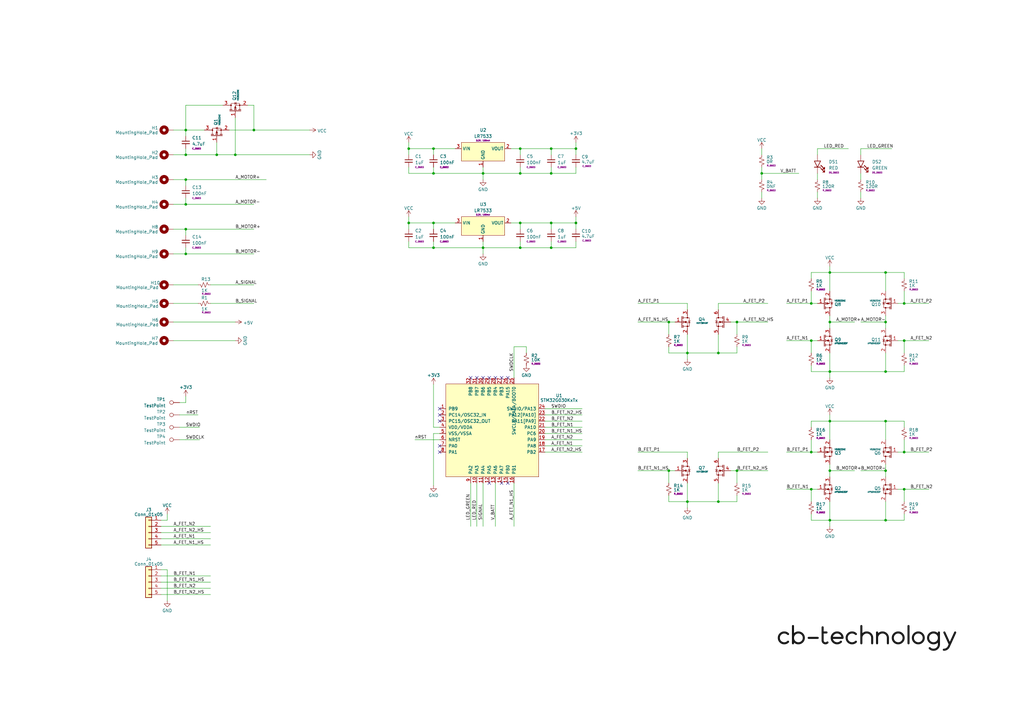
<source format=kicad_sch>
(kicad_sch (version 20230121) (generator eeschema)
  (paper "A3")
  (title_block (title "THE BRAWN - 20A") (date "2023-05-17") (rev "v2.0") (company "CB-TECHNOLOGY"))
  (lib_symbols
    (symbol ".C_Capacitor:C_0603" (pin_numbers hide) (pin_names (offset 1.016))
      (property "Reference" "C" (at 3.175 1.905 0))
      (property "Value" "C_0603" (at 5.715 0 0))
      (property "Size" "C_0603" (at 4.445 -1.905 0))
      (symbol "C_0603_1_1"
        (pin passive line (at 0 2.54 270) (length 2.032) (name "~") (number "1"))
        (pin passive line (at 0 -2.54 90) (length 2.032) (name "~") (number "2"))
      )
    )
    (symbol ".DS_LED:DS_0603" (pin_numbers hide) (pin_names (offset 1.016) hide)
      (property "Reference" "DS" (at 0 2.54 0))
      (property "Value" "DS_0603" (at 0 -5.08 0))
      (property "Size" "DS_0603" (at 0 -3.81 0))
      (symbol "DS_0603_1_1"
        (pin passive line (at -3.81 0 0) (length 2.54) (name "K") (number "1"))
        (pin passive line (at 3.81 0 180) (length 2.54) (name "A") (number "2"))
      )
    )
    (symbol ".Q_MOSFET:AP50N03DF" (pin_names (offset 0) hide)
      (property "Reference" "Q" (at 2.54 1.27 0))
      (property "Value" "AP50N03DF" (at 2.54 -0.381 0))
      (symbol "AP50N03DF_1_1"
        (pin input line (at -5.08 0 0) (length 2.6924) (name "G") (number "1"))
        (pin passive line (at 0 -5.08 90) (length 2.54) (name "S") (number "2"))
        (pin passive line (at 0 5.08 270) (length 2.54) (name "D") (number "3"))
      )
    )
    (symbol ".Q_MOSFET:HXY304DF" (pin_names (offset 0) hide)
      (property "Reference" "Q" (at -2.54 1.651 0))
      (property "Value" "HXY304DF" (at -2.54 0 0))
      (symbol "HXY304DF_1_1"
        (pin input line (at -12.7 0 0) (length 2.6924) (name "G") (number "1"))
        (pin passive line (at -7.62 -5.08 90) (length 2.54) (name "S") (number "2"))
        (pin passive line (at -7.62 5.08 270) (length 2.54) (name "D") (number "3"))
        (pin input line (at 10.16 0 180) (length 2.6924) (name "G") (number "4"))
        (pin passive line (at 5.08 -5.08 90) (length 2.54) (name "S") (number "5"))
        (pin passive line (at 5.08 5.08 270) (length 2.54) (name "D") (number "6"))
      )
    )
    (symbol ".Q_MOSFET:VS3522AE" (pin_names (offset 0) hide)
      (property "Reference" "Q" (at 2.54 1.27 0))
      (property "Value" "VS3522AE" (at 2.54 -0.381 0))
      (symbol "VS3522AE_1_1"
        (pin input line (at -5.08 0 0) (length 2.6924) (name "G") (number "1"))
        (pin passive line (at 0 -5.08 90) (length 2.54) (name "S") (number "2"))
        (pin passive line (at 0 5.08 270) (length 2.54) (name "D") (number "3"))
      )
    )
    (symbol ".R_Resistor:R_0603" (pin_numbers hide) (pin_names (offset 1.016))
      (property "Reference" "R" (at 2.54 1.905 0))
      (property "Value" "R_0603" (at 5.08 0 0))
      (property "Size" "R_0603" (at 3.81 -1.905 0))
      (symbol "R_0603_1_1"
        (pin passive line (at 0 2.54 270) (length 1.016) (name "~") (number "1"))
        (pin passive line (at 0 -2.54 90) (length 1.016) (name "~") (number "2"))
      )
    )
    (symbol ".U_MCU:STM32G030KxTx" (pin_names (offset 1.016))
      (property "Reference" "U" (at 1.27 39.37 0))
      (property "Value" "STM32G030KxTx" (at 18.395 19.05 0))
      (symbol "STM32G030KxTx_1_1"
        (pin bidirectional line (at -2.54 27.94 0) (length 2.54) (name "PB9") (number "1"))
        (pin bidirectional line (at 12.7 -2.54 90) (length 2.54) (name "PA3") (number "10"))
        (pin bidirectional line (at 15.24 -2.54 90) (length 2.54) (name "PA4") (number "11"))
        (pin bidirectional line (at 17.78 -2.54 90) (length 2.54) (name "PA5") (number "12"))
        (pin bidirectional line (at 20.32 -2.54 90) (length 2.54) (name "PA6") (number "13"))
        (pin bidirectional line (at 22.86 -2.54 90) (length 2.54) (name "PA7") (number "14"))
        (pin bidirectional line (at 25.4 -2.54 90) (length 2.54) (name "PB0") (number "15"))
        (pin bidirectional line (at 27.94 -2.54 90) (length 2.54) (name "PB1") (number "16"))
        (pin bidirectional line (at 40.64 10.16 180) (length 2.54) (name "PB2") (number "17"))
        (pin bidirectional line (at 40.64 12.7 180) (length 2.54) (name "PA8") (number "18"))
        (pin bidirectional line (at 40.64 15.24 180) (length 2.54) (name "PA9") (number "19"))
        (pin bidirectional line (at -2.54 25.4 0) (length 2.54) (name "PC14/OSC32_IN") (number "2"))
        (pin bidirectional line (at 40.64 17.78 180) (length 2.54) (name "PC6") (number "20"))
        (pin bidirectional line (at 40.64 20.32 180) (length 2.54) (name "PA10") (number "21"))
        (pin bidirectional line (at 40.64 22.86 180) (length 2.54) (name "PA11[PA9]") (number "22"))
        (pin bidirectional line (at 40.64 25.4 180) (length 2.54) (name "PA12[PA10]") (number "23"))
        (pin bidirectional line (at 40.64 27.94 180) (length 2.54) (name "SWDIO/PA13") (number "24"))
        (pin bidirectional line (at 27.94 40.64 270) (length 2.54) (name "SWCLK/PA14/BOOT0") (number "25"))
        (pin bidirectional line (at 25.4 40.64 270) (length 2.54) (name "PA15") (number "26"))
        (pin bidirectional line (at 22.86 40.64 270) (length 2.54) (name "PB3") (number "27"))
        (pin bidirectional line (at 20.32 40.64 270) (length 2.54) (name "PB4") (number "28"))
        (pin bidirectional line (at 17.78 40.64 270) (length 2.54) (name "PB5") (number "29"))
        (pin bidirectional line (at -2.54 22.86 0) (length 2.54) (name "PC15/OSC32_OUT") (number "3"))
        (pin bidirectional line (at 15.24 40.64 270) (length 2.54) (name "PB6") (number "30"))
        (pin bidirectional line (at 12.7 40.64 270) (length 2.54) (name "PB7") (number "31"))
        (pin bidirectional line (at 10.16 40.64 270) (length 2.54) (name "PB8") (number "32"))
        (pin power_in line (at -2.54 20.32 0) (length 2.54) (name "VDD/VDDA") (number "4"))
        (pin power_in line (at -2.54 17.78 0) (length 2.54) (name "VSS/VSSA") (number "5"))
        (pin bidirectional line (at -2.54 15.24 0) (length 2.54) (name "NRST") (number "6"))
        (pin bidirectional line (at -2.54 12.7 0) (length 2.54) (name "PA0") (number "7"))
        (pin bidirectional line (at -2.54 10.16 0) (length 2.54) (name "PA1") (number "8"))
        (pin bidirectional line (at 10.16 -2.54 90) (length 2.54) (name "PA2") (number "9"))
      )
    )
    (symbol ".U_Power:LR7533"
      (property "Reference" "U" (at -7.62 8.89 0))
      (property "Value" "LR7533" (at 11.43 -1.27 0))
      (property "Params" "3.3V, 100mA" (at 6.35 -2.54 0))
      (symbol "LR7533_1_1"
        (pin power_in line (at 0 -2.54 90) (length 2.54) (name "GND") (number "1"))
        (pin power_out line (at 11.43 5.08 180) (length 2.54) (name "VOUT") (number "2"))
        (pin power_in line (at -11.43 5.08 0) (length 2.54) (name "VIN") (number "3"))
      )
    )
    (symbol "Connector:TestPoint" (pin_numbers hide) (pin_names (offset 0.762) hide)
      (property "Reference" "TP" (at 0 6.858 0))
      (property "Value" "TestPoint" (at 0 5.08 0))
      (symbol "TestPoint_1_1"
        (pin passive line (at 0 0 90) (length 2.54) (name "1") (number "1"))
      )
    )
    (symbol "Connector_Generic:Conn_01x05" (pin_names (offset 1.016) hide)
      (property "Reference" "J" (at 0 7.62 0))
      (property "Value" "Conn_01x05" (at 0 -7.62 0))
      (symbol "Conn_01x05_1_1"
        (pin passive line (at -5.08 5.08 0) (length 3.81) (name "Pin_1") (number "1"))
        (pin passive line (at -5.08 2.54 0) (length 3.81) (name "Pin_2") (number "2"))
        (pin passive line (at -5.08 0 0) (length 3.81) (name "Pin_3") (number "3"))
        (pin passive line (at -5.08 -2.54 0) (length 3.81) (name "Pin_4") (number "4"))
        (pin passive line (at -5.08 -5.08 0) (length 3.81) (name "Pin_5") (number "5"))
      )
    )
    (symbol "Mechanical:MountingHole_Pad" (pin_numbers hide) (pin_names (offset 1.016) hide)
      (property "Reference" "H" (at 0 6.35 0))
      (property "Value" "MountingHole_Pad" (at 0 4.445 0))
      (symbol "MountingHole_Pad_1_1"
        (pin input line (at 0 -2.54 90) (length 2.54) (name "1") (number "1"))
      )
    )
    (symbol "power:+3V3" (power) (pin_names (offset 0))
      (property "Value" "+3V3" (at 0 3.556 0))
      (symbol "+3V3_1_1"
        (pin power_in line (at 0 0 90) (length 0) hide (name "+3V3") (number "1"))
      )
    )
    (symbol "power:+5V" (power) (pin_names (offset 0))
      (property "Value" "+5V" (at 0 3.556 0))
      (symbol "+5V_1_1"
        (pin power_in line (at 0 0 90) (length 0) hide (name "+5V") (number "1"))
      )
    )
    (symbol "power:GND" (power) (pin_names (offset 0))
      (property "Value" "GND" (at 0 -3.81 0))
      (symbol "GND_1_1"
        (pin power_in line (at 0 0 270) (length 0) hide (name "GND") (number "1"))
      )
    )
    (symbol "power:VCC" (power) (pin_names (offset 0))
      (property "Value" "VCC" (at 0 3.81 0))
      (symbol "VCC_1_1"
        (pin power_in line (at 0 0 90) (length 0) hide (name "VCC") (number "1"))
      )
    )
  )
  (junction (at 332.74 200.66))
  (junction (at 177.8 71.12))
  (junction (at 274.32 193.04))
  (junction (at 370.84 124.46))
  (junction (at 177.8 60.96))
  (junction (at 76.2 83.82))
  (junction (at 198.12 71.12))
  (junction (at 88.9 63.5))
  (junction (at 370.84 200.66))
  (junction (at 226.06 71.12))
  (junction (at 226.06 101.6))
  (junction (at 340.36 193.04))
  (junction (at 294.64 144.78))
  (junction (at 177.8 91.44))
  (junction (at 363.22 213.36))
  (junction (at 363.22 172.72))
  (junction (at 76.2 63.5))
  (junction (at 370.84 185.42))
  (junction (at 332.74 124.46))
  (junction (at 302.26 132.08))
  (junction (at 274.32 132.08))
  (junction (at 363.22 132.08))
  (junction (at 340.36 111.76))
  (junction (at 363.22 111.76))
  (junction (at 236.22 60.96))
  (junction (at 76.2 93.98))
  (junction (at 370.84 139.7))
  (junction (at 213.36 91.44))
  (junction (at 177.8 101.6))
  (junction (at 363.22 193.04))
  (junction (at 76.2 104.14))
  (junction (at 226.06 91.44))
  (junction (at 312.42 71.12))
  (junction (at 332.74 139.7))
  (junction (at 76.2 53.34))
  (junction (at 167.64 91.44))
  (junction (at 332.74 185.42))
  (junction (at 96.52 63.5))
  (junction (at 104.14 53.34))
  (junction (at 76.2 73.66))
  (junction (at 213.36 60.96))
  (junction (at 198.12 101.6))
  (junction (at 340.36 152.4))
  (junction (at 302.26 193.04))
  (junction (at 236.22 91.44))
  (junction (at 167.64 60.96))
  (junction (at 213.36 71.12))
  (junction (at 363.22 152.4))
  (junction (at 294.64 205.74))
  (junction (at 340.36 172.72))
  (junction (at 340.36 213.36))
  (junction (at 340.36 132.08))
  (junction (at 226.06 60.96))
  (junction (at 281.94 205.74))
  (junction (at 281.94 144.78))
  (junction (at 213.36 101.6))
  (no_connect (at 193.04 154.94))
  (no_connect (at 208.28 198.12))
  (no_connect (at 200.66 154.94))
  (no_connect (at 205.74 154.94))
  (no_connect (at 205.74 198.12))
  (no_connect (at 180.34 185.42))
  (no_connect (at 180.34 182.88))
  (no_connect (at 208.28 154.94))
  (no_connect (at 180.34 172.72))
  (no_connect (at 198.12 154.94))
  (no_connect (at 203.2 154.94))
  (no_connect (at 200.66 198.12))
  (no_connect (at 195.58 154.94))
  (no_connect (at 180.34 167.64))
  (no_connect (at 180.34 170.18))
  (wire (pts (xy 236.22 91.44) (xy 226.06 91.44)))
  (wire (pts (xy 363.22 172.72) (xy 370.84 172.72)))
  (wire (pts (xy 370.84 200.66) (xy 370.84 205.74)))
  (wire (pts (xy 363.22 193.04) (xy 363.22 195.58)))
  (wire (pts (xy 198.12 101.6) (xy 198.12 99.06)))
  (wire (pts (xy 332.74 213.36) (xy 332.74 210.82)))
  (wire (pts (xy 226.06 68.58) (xy 226.06 71.12)))
  (wire (pts (xy 71.12 73.66) (xy 76.2 73.66)))
  (wire (pts (xy 104.14 43.18) (xy 104.14 53.34)))
  (wire (pts (xy 210.82 198.12) (xy 210.82 215.9)))
  (wire (pts (xy 363.22 132.08) (xy 363.22 134.62)))
  (wire (pts (xy 76.2 180.3654) (xy 81.8896 180.3654)))
  (wire (pts (xy 226.06 91.44) (xy 213.36 91.44)))
  (wire (pts (xy 76.2 104.14) (xy 104.14 104.14)))
  (wire (pts (xy 353.06 132.08) (xy 363.22 132.08)))
  (wire (pts (xy 66.04 243.84) (xy 86.36 243.84)))
  (wire (pts (xy 213.36 99.06) (xy 213.36 101.6)))
  (wire (pts (xy 340.36 172.72) (xy 332.74 172.72)))
  (wire (pts (xy 332.74 152.4) (xy 332.74 149.86)))
  (wire (pts (xy 322.58 200.66) (xy 332.74 200.66)))
  (wire (pts (xy 76.2 60.96) (xy 76.2 63.5)))
  (wire (pts (xy 66.04 220.98) (xy 86.36 220.98)))
  (wire (pts (xy 302.26 193.04) (xy 299.72 193.04)))
  (wire (pts (xy 177.8 99.06) (xy 177.8 101.6)))
  (wire (pts (xy 274.32 193.04) (xy 274.32 198.12)))
  (wire (pts (xy 274.32 144.78) (xy 281.94 144.78)))
  (wire (pts (xy 274.32 193.04) (xy 276.86 193.04)))
  (wire (pts (xy 302.26 193.04) (xy 302.26 198.12)))
  (wire (pts (xy 370.84 213.36) (xy 370.84 210.82)))
  (wire (pts (xy 294.64 185.42) (xy 294.64 187.96)))
  (wire (pts (xy 340.36 111.76) (xy 332.74 111.76)))
  (wire (pts (xy 71.12 83.82) (xy 76.2 83.82)))
  (wire (pts (xy 167.64 58.42) (xy 167.64 60.96)))
  (wire (pts (xy 294.64 144.78) (xy 302.26 144.78)))
  (wire (pts (xy 71.12 124.46) (xy 81.28 124.46)))
  (wire (pts (xy 302.26 132.08) (xy 302.26 137.16)))
  (wire (pts (xy 363.22 111.76) (xy 370.84 111.76)))
  (wire (pts (xy 177.8 175.26) (xy 180.34 175.26)))
  (wire (pts (xy 363.22 152.4) (xy 363.22 144.78)))
  (wire (pts (xy 76.2 53.34) (xy 83.82 53.34)))
  (wire (pts (xy 226.06 101.6) (xy 213.36 101.6)))
  (wire (pts (xy 281.94 185.42) (xy 281.94 187.96)))
  (wire (pts (xy 340.36 213.36) (xy 363.22 213.36)))
  (wire (pts (xy 332.74 200.66) (xy 332.74 205.74)))
  (wire (pts (xy 335.28 60.96) (xy 347.98 60.96)))
  (wire (pts (xy 353.06 193.04) (xy 363.22 193.04)))
  (wire (pts (xy 66.04 223.52) (xy 86.36 223.52)))
  (wire (pts (xy 261.62 193.04) (xy 274.32 193.04)))
  (wire (pts (xy 71.12 139.7) (xy 96.52 139.7)))
  (wire (pts (xy 66.04 213.36) (xy 68.58 213.36)))
  (wire (pts (xy 177.8 60.96) (xy 177.8 63.5)))
  (wire (pts (xy 274.32 205.74) (xy 281.94 205.74)))
  (wire (pts (xy 210.82 142.24) (xy 210.82 154.94)))
  (wire (pts (xy 294.64 205.74) (xy 302.26 205.74)))
  (wire (pts (xy 368.3 185.42) (xy 370.84 185.42)))
  (wire (pts (xy 226.06 99.06) (xy 226.06 101.6)))
  (wire (pts (xy 66.04 218.44) (xy 86.36 218.44)))
  (wire (pts (xy 312.42 71.12) (xy 327.66 71.12)))
  (wire (pts (xy 353.06 60.96) (xy 365.76 60.96)))
  (wire (pts (xy 340.36 172.72) (xy 340.36 180.34)))
  (wire (pts (xy 215.9 142.24) (xy 210.82 142.24)))
  (wire (pts (xy 71.12 132.08) (xy 96.52 132.08)))
  (wire (pts (xy 368.3 139.7) (xy 370.84 139.7)))
  (wire (pts (xy 281.94 124.46) (xy 281.94 127)))
  (wire (pts (xy 223.52 175.26) (xy 238.76 175.26)))
  (wire (pts (xy 167.64 60.96) (xy 177.8 60.96)))
  (wire (pts (xy 193.04 198.12) (xy 193.04 215.9)))
  (wire (pts (xy 66.04 241.3) (xy 86.36 241.3)))
  (wire (pts (xy 167.64 91.44) (xy 177.8 91.44)))
  (wire (pts (xy 177.8 101.6) (xy 198.12 101.6)))
  (wire (pts (xy 340.36 152.4) (xy 332.74 152.4)))
  (wire (pts (xy 312.42 71.12) (xy 312.42 73.66)))
  (wire (pts (xy 76.2 165.1) (xy 76.2 162.56)))
  (wire (pts (xy 66.04 215.9) (xy 86.36 215.9)))
  (wire (pts (xy 71.12 116.84) (xy 81.28 116.84)))
  (wire (pts (xy 294.64 185.42) (xy 314.96 185.42)))
  (wire (pts (xy 91.44 43.18) (xy 76.2 43.18)))
  (wire (pts (xy 281.94 144.78) (xy 281.94 147.32)))
  (wire (pts (xy 66.04 233.68) (xy 68.58 233.68)))
  (wire (pts (xy 322.58 139.7) (xy 332.74 139.7)))
  (wire (pts (xy 66.04 236.22) (xy 86.36 236.22)))
  (wire (pts (xy 73.66 180.34) (xy 76.2 180.34)))
  (wire (pts (xy 226.06 71.12) (xy 213.36 71.12)))
  (wire (pts (xy 236.22 63.5) (xy 236.22 60.96)))
  (wire (pts (xy 335.28 81.28) (xy 335.28 78.74)))
  (wire (pts (xy 236.22 60.96) (xy 226.06 60.96)))
  (wire (pts (xy 335.28 60.96) (xy 335.28 63.5)))
  (wire (pts (xy 213.36 60.96) (xy 213.36 63.5)))
  (wire (pts (xy 370.84 119.38) (xy 370.84 124.46)))
  (wire (pts (xy 73.66 175.26) (xy 81.8388 175.26)))
  (wire (pts (xy 76.2 73.66) (xy 109.22 73.66)))
  (wire (pts (xy 236.22 101.6) (xy 226.06 101.6)))
  (wire (pts (xy 332.74 180.34) (xy 332.74 185.42)))
  (wire (pts (xy 340.36 111.76) (xy 340.36 119.38)))
  (wire (pts (xy 104.14 53.34) (xy 127 53.34)))
  (wire (pts (xy 223.52 180.34) (xy 238.76 180.34)))
  (wire (pts (xy 332.74 139.7) (xy 335.28 139.7)))
  (wire (pts (xy 302.26 132.08) (xy 314.96 132.08)))
  (wire (pts (xy 332.74 139.7) (xy 332.74 144.78)))
  (wire (pts (xy 167.64 88.9) (xy 167.64 91.44)))
  (wire (pts (xy 177.8 68.58) (xy 177.8 71.12)))
  (wire (pts (xy 294.64 198.12) (xy 294.64 205.74)))
  (wire (pts (xy 236.22 58.42) (xy 236.22 60.96)))
  (wire (pts (xy 177.8 91.44) (xy 177.8 93.98)))
  (wire (pts (xy 274.32 142.24) (xy 274.32 144.78)))
  (wire (pts (xy 340.36 152.4) (xy 340.36 154.94)))
  (wire (pts (xy 363.22 111.76) (xy 363.22 119.38)))
  (wire (pts (xy 198.12 71.12) (xy 198.12 68.58)))
  (wire (pts (xy 236.22 88.9) (xy 236.22 91.44)))
  (wire (pts (xy 340.36 213.36) (xy 340.36 215.9)))
  (wire (pts (xy 76.2 53.34) (xy 76.2 55.88)))
  (wire (pts (xy 215.9 144.78) (xy 215.9 142.24)))
  (wire (pts (xy 335.28 73.66) (xy 335.28 71.12)))
  (wire (pts (xy 281.94 137.16) (xy 281.94 144.78)))
  (wire (pts (xy 76.2 180.34) (xy 76.2 180.3654)))
  (wire (pts (xy 101.6 43.18) (xy 104.14 43.18)))
  (wire (pts (xy 177.8 71.12) (xy 198.12 71.12)))
  (wire (pts (xy 370.84 180.34) (xy 370.84 185.42)))
  (wire (pts (xy 370.84 139.7) (xy 381 139.7)))
  (wire (pts (xy 340.36 213.36) (xy 332.74 213.36)))
  (wire (pts (xy 177.8 60.96) (xy 186.69 60.96)))
  (wire (pts (xy 340.36 152.4) (xy 363.22 152.4)))
  (wire (pts (xy 213.36 101.6) (xy 198.12 101.6)))
  (wire (pts (xy 332.74 185.42) (xy 335.28 185.42)))
  (wire (pts (xy 167.64 68.58) (xy 167.64 71.12)))
  (wire (pts (xy 76.2 73.66) (xy 76.2 76.2)))
  (wire (pts (xy 177.8 91.44) (xy 186.69 91.44)))
  (wire (pts (xy 340.36 205.74) (xy 340.36 213.36)))
  (wire (pts (xy 66.04 238.76) (xy 86.36 238.76)))
  (wire (pts (xy 370.84 124.46) (xy 381 124.46)))
  (wire (pts (xy 370.84 111.76) (xy 370.84 114.3)))
  (wire (pts (xy 167.64 99.06) (xy 167.64 101.6)))
  (wire (pts (xy 332.74 200.66) (xy 335.28 200.66)))
  (wire (pts (xy 96.52 63.5) (xy 127 63.5)))
  (wire (pts (xy 223.52 185.42) (xy 238.76 185.42)))
  (wire (pts (xy 363.22 190.5) (xy 363.22 193.04)))
  (wire (pts (xy 302.26 132.08) (xy 299.72 132.08)))
  (wire (pts (xy 312.42 60.96) (xy 312.42 63.5)))
  (wire (pts (xy 195.58 198.12) (xy 195.58 215.9)))
  (wire (pts (xy 177.8 177.8) (xy 180.34 177.8)))
  (wire (pts (xy 236.22 93.98) (xy 236.22 91.44)))
  (wire (pts (xy 223.52 170.18) (xy 238.76 170.18)))
  (wire (pts (xy 370.84 172.72) (xy 370.84 175.26)))
  (wire (pts (xy 363.22 129.54) (xy 363.22 132.08)))
  (wire (pts (xy 213.36 91.44) (xy 213.36 93.98)))
  (wire (pts (xy 209.55 91.44) (xy 213.36 91.44)))
  (wire (pts (xy 261.62 124.46) (xy 281.94 124.46)))
  (wire (pts (xy 274.32 132.08) (xy 276.86 132.08)))
  (wire (pts (xy 340.36 144.78) (xy 340.36 152.4)))
  (wire (pts (xy 340.36 109.22) (xy 340.36 111.76)))
  (wire (pts (xy 68.58 213.36) (xy 68.58 210.82)))
  (wire (pts (xy 226.06 93.98) (xy 226.06 91.44)))
  (wire (pts (xy 261.62 132.08) (xy 274.32 132.08)))
  (wire (pts (xy 213.36 71.12) (xy 198.12 71.12)))
  (wire (pts (xy 363.22 213.36) (xy 370.84 213.36)))
  (wire (pts (xy 198.12 198.12) (xy 198.12 215.9)))
  (wire (pts (xy 340.36 111.76) (xy 363.22 111.76)))
  (wire (pts (xy 294.64 124.46) (xy 314.96 124.46)))
  (wire (pts (xy 86.36 116.84) (xy 104.14 116.84)))
  (wire (pts (xy 71.12 93.98) (xy 76.2 93.98)))
  (wire (pts (xy 281.94 205.74) (xy 294.64 205.74)))
  (wire (pts (xy 213.36 68.58) (xy 213.36 71.12)))
  (wire (pts (xy 71.12 63.5) (xy 76.2 63.5)))
  (wire (pts (xy 302.26 144.78) (xy 302.26 142.24)))
  (wire (pts (xy 76.2 93.98) (xy 76.2 96.52)))
  (wire (pts (xy 302.26 205.74) (xy 302.26 203.2)))
  (wire (pts (xy 177.8 177.8) (xy 177.8 199.136)))
  (wire (pts (xy 226.06 63.5) (xy 226.06 60.96)))
  (wire (pts (xy 332.74 124.46) (xy 335.28 124.46)))
  (wire (pts (xy 76.2 43.18) (xy 76.2 53.34)))
  (wire (pts (xy 332.74 172.72) (xy 332.74 175.26)))
  (wire (pts (xy 370.84 200.66) (xy 381 200.66)))
  (wire (pts (xy 223.52 182.88) (xy 238.76 182.88)))
  (wire (pts (xy 167.64 101.6) (xy 177.8 101.6)))
  (wire (pts (xy 274.32 132.08) (xy 274.32 137.16)))
  (wire (pts (xy 340.36 193.04) (xy 350.52 193.04)))
  (wire (pts (xy 322.58 124.46) (xy 332.74 124.46)))
  (wire (pts (xy 68.58 233.68) (xy 68.58 246.38)))
  (wire (pts (xy 71.12 104.14) (xy 76.2 104.14)))
  (wire (pts (xy 203.2 198.12) (xy 203.2 215.9)))
  (wire (pts (xy 223.52 172.72) (xy 238.76 172.72)))
  (wire (pts (xy 312.42 78.74) (xy 312.42 81.28)))
  (wire (pts (xy 294.64 137.16) (xy 294.64 144.78)))
  (wire (pts (xy 198.12 71.12) (xy 198.12 73.66)))
  (wire (pts (xy 363.22 172.72) (xy 363.22 180.34)))
  (wire (pts (xy 274.32 203.2) (xy 274.32 205.74)))
  (wire (pts (xy 353.06 60.96) (xy 353.06 63.5)))
  (wire (pts (xy 340.36 193.04) (xy 340.36 195.58)))
  (wire (pts (xy 340.36 190.5) (xy 340.36 193.04)))
  (wire (pts (xy 223.52 167.64) (xy 238.76 167.64)))
  (wire (pts (xy 177.8 157.6324) (xy 177.8 175.26)))
  (wire (pts (xy 332.74 119.38) (xy 332.74 124.46)))
  (wire (pts (xy 167.64 63.5) (xy 167.64 60.96)))
  (wire (pts (xy 73.66 170.18) (xy 81.2292 170.18)))
  (wire (pts (xy 96.52 48.26) (xy 96.52 63.5)))
  (wire (pts (xy 368.3 200.66) (xy 370.84 200.66)))
  (wire (pts (xy 370.84 185.42) (xy 381 185.42)))
  (wire (pts (xy 340.36 172.72) (xy 363.22 172.72)))
  (wire (pts (xy 302.26 193.04) (xy 314.96 193.04)))
  (wire (pts (xy 93.98 53.34) (xy 104.14 53.34)))
  (wire (pts (xy 88.9 58.42) (xy 88.9 63.5)))
  (wire (pts (xy 223.52 177.8) (xy 238.76 177.8)))
  (wire (pts (xy 340.36 170.18) (xy 340.36 172.72)))
  (wire (pts (xy 167.64 93.98) (xy 167.64 91.44)))
  (wire (pts (xy 312.42 68.58) (xy 312.42 71.12)))
  (wire (pts (xy 281.94 205.74) (xy 281.94 208.28)))
  (wire (pts (xy 353.06 73.66) (xy 353.06 71.12)))
  (wire (pts (xy 363.22 213.36) (xy 363.22 205.74)))
  (wire (pts (xy 368.3 124.46) (xy 370.84 124.46)))
  (wire (pts (xy 73.66 165.1) (xy 76.2 165.1)))
  (wire (pts (xy 332.74 111.76) (xy 332.74 114.3)))
  (wire (pts (xy 76.2 83.82) (xy 104.14 83.82)))
  (wire (pts (xy 340.36 129.54) (xy 340.36 132.08)))
  (wire (pts (xy 236.22 68.58) (xy 236.22 71.12)))
  (wire (pts (xy 76.2 101.6) (xy 76.2 104.14)))
  (wire (pts (xy 167.64 71.12) (xy 177.8 71.12)))
  (wire (pts (xy 226.06 60.96) (xy 213.36 60.96)))
  (wire (pts (xy 363.22 152.4) (xy 370.84 152.4)))
  (wire (pts (xy 76.2 81.28) (xy 76.2 83.82)))
  (wire (pts (xy 88.9 63.5) (xy 96.52 63.5)))
  (wire (pts (xy 370.84 139.7) (xy 370.84 144.78)))
  (wire (pts (xy 322.58 185.42) (xy 332.74 185.42)))
  (wire (pts (xy 236.22 71.12) (xy 226.06 71.12)))
  (wire (pts (xy 340.36 132.08) (xy 340.36 134.62)))
  (wire (pts (xy 294.64 124.46) (xy 294.64 127)))
  (wire (pts (xy 86.36 124.46) (xy 104.14 124.46)))
  (wire (pts (xy 281.94 144.78) (xy 294.64 144.78)))
  (wire (pts (xy 340.36 132.08) (xy 350.52 132.08)))
  (wire (pts (xy 370.84 152.4) (xy 370.84 149.86)))
  (wire (pts (xy 209.55 60.96) (xy 213.36 60.96)))
  (wire (pts (xy 261.62 185.42) (xy 281.94 185.42)))
  (wire (pts (xy 76.2 63.5) (xy 88.9 63.5)))
  (wire (pts (xy 281.94 198.12) (xy 281.94 205.74)))
  (wire (pts (xy 170.18 180.34) (xy 180.34 180.34)))
  (wire (pts (xy 76.2 93.98) (xy 104.14 93.98)))
  (wire (pts (xy 71.12 53.34) (xy 76.2 53.34)))
  (wire (pts (xy 236.22 99.06) (xy 236.22 101.6)))
  (wire (pts (xy 353.06 81.28) (xy 353.06 78.74)))
  (wire (pts (xy 198.12 101.6) (xy 198.12 104.14)))
  (image (at 355.6 261.62) (scale 0.288117))
  (label "B_SIGNAL" (at 96.52 124.46 0))
  (label "B_FET_N1_HS" (at 226.06 177.8 0))
  (label "A_FET_P2" (at 373.38 124.46 0))
  (label "B_MOTOR-" (at 353.06 193.04 0))
  (label "SWDCLK" (at 76.2 180.3654 0))
  (label "A_FET_P2" (at 304.8 124.46 0))
  (label "A_FET_N1" (at 322.58 139.7 0))
  (label "B_FET_N2" (at 226.06 172.72 0))
  (label "A_FET_N1_HS" (at 210.82 213.36 90))
  (label "nRST" (at 170.18 180.34 0))
  (label "A_FET_P1" (at 322.58 124.46 0))
  (label "A_SIGNAL" (at 96.52 116.84 0))
  (label "LED_GREEN" (at 193.04 213.36 90))
  (label "LED_RED" (at 195.58 213.36 90))
  (label "A_FET_N1_HS" (at 71.12 223.52 0))
  (label "A_MOTOR-" (at 353.06 132.08 0))
  (label "B_FET_N2" (at 71.12 241.3 0))
  (label "B_FET_N1" (at 71.12 236.22 0))
  (label "B_MOTOR+" (at 96.52 93.98 0))
  (label "B_FET_N2_HS" (at 71.12 243.84 0))
  (label "A_FET_N1" (at 226.06 182.88 0))
  (label "A_FET_N2_HS" (at 71.12 218.44 0))
  (label "A_FET_N2_HS" (at 304.8 132.08 0))
  (label "B_FET_N2_HS" (at 226.06 170.18 0))
  (label "B_MOTOR-" (at 96.52 104.14 0))
  (label "LED_RED" (at 337.82 60.96 0))
  (label "B_FET_N1_HS" (at 71.12 238.76 0))
  (label "SIGNAL" (at 198.12 213.36 90))
  (label "A_MOTOR+" (at 342.9 132.08 0))
  (label "V_BATT" (at 320.04 71.12 0))
  (label "A_FET_N2" (at 226.06 180.34 0))
  (label "B_FET_P2" (at 302.26 185.42 0))
  (label "SWDIO" (at 76.2 175.26 0))
  (label "B_FET_N2_HS" (at 302.26 193.04 0))
  (label "A_MOTOR-" (at 96.52 83.82 0))
  (label "A_FET_N2_HS" (at 226.06 185.42 0))
  (label "B_FET_N1_HS" (at 261.62 193.04 0))
  (label "LED_GREEN" (at 355.6 60.96 0))
  (label "A_FET_N1_HS" (at 261.62 132.08 0))
  (label "B_FET_N2" (at 373.38 200.66 0))
  (label "nRST" (at 81.2292 170.18 180))
  (label "B_FET_N1" (at 322.58 200.66 0))
  (label "SWDIO" (at 226.06 167.64 0))
  (label "B_FET_P1" (at 322.58 185.42 0))
  (label "V_BATT" (at 203.2 213.36 90))
  (label "A_FET_N2" (at 71.12 215.9 0))
  (label "B_FET_P1" (at 261.62 185.42 0))
  (label "A_FET_N1" (at 71.12 220.98 0))
  (label "B_FET_N1" (at 226.06 175.26 0))
  (label "B_FET_P2" (at 373.38 185.42 0))
  (label "A_FET_N2" (at 373.38 139.7 0))
  (label "B_MOTOR+" (at 342.9 193.04 0))
  (label "SWDCLK" (at 210.82 152.4 90))
  (label "A_MOTOR+" (at 96.52 73.66 0))
  (label "A_FET_P1" (at 261.62 124.46 0))
  (symbol (lib_id "power:VCC") (at 167.64 88.9 0) (unit 1)
    (property "Reference" "#PWR07" (effects hide))
    (property "Value" "VCC" (at 167.64 85.3981 0))
  )
  (symbol (lib_id ".U_MCU:STM32G030KxTx") (at 182.88 195.58 0) (unit 1)
    (property "Reference" "U1" (at 229.3064 162.2423 0))
    (property "Value" "STM32G030KxTx" (at 229.3064 164.1633 0))
    (property "Footprint" ".U_IC:LQFP32_08_7x7" (effects hide))
  )
  (symbol (lib_id ".R_Resistor:R_0603") (at 370.84 116.84 0) (mirror y) (unit 1)
    (property "Reference" "R11" (at 372.7704 115.3921 0) (effects (justify right)))
    (property "Value" "1K" (at 372.745 117.1193 0) (effects (justify right)))
    (property "Footprint" ".R_Resistor:R_0603" (effects hide))
    (property "Size" "R_0603" (at 372.9228 118.7196 0) (effects (font (size 0.635 0.635)) (justify right)))
  )
  (symbol (lib_id ".R_Resistor:R_0603") (at 274.32 200.66 0) (mirror y) (unit 1)
    (property "Reference" "R14" (at 276.2504 199.2121 0) (effects (justify right)))
    (property "Value" "1K" (at 276.225 200.9393 0) (effects (justify right)))
    (property "Footprint" ".R_Resistor:R_0603" (effects hide))
    (property "Size" "R_0603" (at 276.4028 202.5396 0) (effects (font (size 0.635 0.635)) (justify right)))
  )
  (symbol (lib_id "power:GND") (at 281.94 147.32 0) (unit 1)
    (property "Reference" "#PWR019" (effects hide))
    (property "Value" "GND" (at 281.94 151.384 0))
  )
  (symbol (lib_id ".R_Resistor:R_0603") (at 312.42 76.2 0) (mirror y) (unit 1)
    (property "Reference" "R4" (at 314.3504 74.7521 0) (effects (justify right)))
    (property "Value" "DNF" (at 314.325 76.4793 0) (effects (justify right)))
    (property "Footprint" ".R_Resistor:R_0603" (effects hide))
    (property "Size" "R_0603" (at 314.5028 78.0796 0) (effects (font (size 0.635 0.635)) (justify right)))
  )
  (symbol (lib_id ".R_Resistor:R_0603") (at 335.28 76.2 0) (mirror y) (unit 1)
    (property "Reference" "R8" (at 337.2104 74.7521 0) (effects (justify right)))
    (property "Value" "120R" (at 337.185 76.4793 0) (effects (justify right)))
    (property "Footprint" ".R_Resistor:R_0603" (effects hide))
    (property "Size" "R_0603" (at 337.3628 78.0796 0) (effects (font (size 0.635 0.635)) (justify right)))
  )
  (symbol (lib_id "Mechanical:MountingHole_Pad") (at 68.58 132.08 90) (unit 1)
    (property "Reference" "H6" (at 63.7032 131.2377 90))
    (property "Value" "MountingHole_Pad" (at 56.3118 133.1492 90))
    (property "Footprint" "MountingHole:MountingHole_2.2mm_M2_Pad_TopBottom" (effects hide))
  )
  (symbol (lib_id "power:+5V") (at 96.52 132.08 270) (unit 1)
    (property "Reference" "#PWR02" (effects hide))
    (property "Value" "+5V" (at 99.695 132.3968 90) (effects (justify left)))
  )
  (symbol (lib_id "power:VCC") (at 127 53.34 270) (unit 1)
    (property "Reference" "#PWR04" (effects hide))
    (property "Value" "VCC" (at 130.175 53.6568 90) (effects (justify left)))
  )
  (symbol (lib_id ".DS_LED:DS_0603") (at 335.28 67.31 90) (unit 1)
    (property "Reference" "DS1" (at 339.8774 66.3574 90) (effects (justify right)))
    (property "Value" "RED" (at 339.8774 68.8974 90) (effects (justify right)))
    (property "Footprint" ".DS_LED:DS_0603" (effects hide))
    (property "Size" "DS_0603" (at 339.8774 70.8025 90) (effects (font (size 0.635 0.635)) (justify right)))
  )
  (symbol (lib_id ".C_Capacitor:C_0603") (at 177.8 96.52 0) (unit 1)
    (property "Reference" "C4" (at 180.3908 94.6212 0) (effects (justify left)))
    (property "Value" "100nF" (at 180.3908 97.1612 0) (effects (justify left)))
    (property "Footprint" ".C_Capacitor:C_0603" (effects hide))
    (property "Size" "C_0603" (at 180.3908 99.0663 0) (effects (font (size 0.635 0.635)) (justify left)))
  )
  (symbol (lib_id ".R_Resistor:R_0603") (at 83.82 116.84 90) (mirror x) (unit 1)
    (property "Reference" "R13" (at 82.484 114.5248 90) (effects (justify right)))
    (property "Value" "1K" (at 82.5431 119.1306 90) (effects (justify right)))
    (property "Footprint" ".R_Resistor:R_0603" (effects hide))
    (property "Size" "R_0603" (at 82.762 120.5286 90) (effects (font (size 0.635 0.635)) (justify right)))
  )
  (symbol (lib_id ".Q_MOSFET:VS3522AE") (at 88.9 53.34 90) (unit 1)
    (property "Reference" "Q1" (at 88.525 51.435 0) (effects (justify left)))
    (property "Value" "VS3522AE" (at 90.0126 51.435 0) (effects (font (size 0.6096 0.6096)) (justify left)))
    (property "Footprint" ".Q_MOSFET:8-DFN_3x3" (effects hide))
    (property "Datasheet" "https://datasheet.lcsc.com/lcsc/1912111437_Vanguard-VS3522AE_C428259.pdf" (effects hide))
  )
  (symbol (lib_id "power:GND") (at 198.12 73.66 0) (unit 1)
    (property "Reference" "#PWR010" (effects hide))
    (property "Value" "GND" (at 198.12 77.724 0))
  )
  (symbol (lib_id ".Q_MOSFET:VS3522AE") (at 340.36 124.46 0) (mirror x) (unit 1)
    (property "Reference" "Q8" (at 342.265 124.835 0) (effects (justify left)))
    (property "Value" "VS3522AE" (at 342.265 123.3474 0) (effects (font (size 0.6096 0.6096)) (justify left)))
    (property "Footprint" ".Q_MOSFET:8-DFN_3x3" (effects hide))
    (property "Datasheet" "https://datasheet.lcsc.com/lcsc/1912111437_Vanguard-VS3522AE_C428259.pdf" (effects hide))
  )
  (symbol (lib_id ".R_Resistor:R_0603") (at 312.42 66.04 0) (mirror y) (unit 1)
    (property "Reference" "R3" (at 314.3504 64.5921 0) (effects (justify right)))
    (property "Value" "0R" (at 314.325 66.3193 0) (effects (justify right)))
    (property "Footprint" ".R_Resistor:R_0603" (effects hide))
    (property "Size" "R_0603" (at 314.5028 67.9196 0) (effects (font (size 0.635 0.635)) (justify right)))
  )
  (symbol (lib_id "Mechanical:MountingHole_Pad") (at 68.58 93.98 90) (unit 1)
    (property "Reference" "H8" (at 63.5254 93.0869 90))
    (property "Value" "MountingHole_Pad" (at 56.0832 95.0238 90))
    (property "Footprint" "MountingHole:MountingHole_2.2mm_M2_Pad_TopBottom" (effects hide))
  )
  (symbol (lib_id ".C_Capacitor:C_0603") (at 76.2 99.06 0) (unit 1)
    (property "Reference" "C14" (at 78.7908 97.1612 0) (effects (justify left)))
    (property "Value" "100nF" (at 78.7908 99.7012 0) (effects (justify left)))
    (property "Footprint" ".C_Capacitor:C_0603" (effects hide))
    (property "Size" "C_0603" (at 78.7908 101.6063 0) (effects (font (size 0.635 0.635)) (justify left)))
  )
  (symbol (lib_id ".C_Capacitor:C_0603") (at 226.06 66.04 0) (unit 1)
    (property "Reference" "C7" (at 228.6508 64.1412 0) (effects (justify left)))
    (property "Value" "1uF" (at 228.6508 66.6812 0) (effects (justify left)))
    (property "Footprint" ".C_Capacitor:C_0603" (effects hide))
    (property "Size" "C_0603" (at 228.6508 68.5863 0) (effects (font (size 0.635 0.635)) (justify left)))
  )
  (symbol (lib_id "power:GND") (at 215.9 149.86 0) (unit 1)
    (property "Reference" "#PWR012" (effects hide))
    (property "Value" "GND" (at 215.9 153.924 0))
  )
  (symbol (lib_id "power:+3V3") (at 177.8 157.6324 0) (unit 1)
    (property "Reference" "#PWR08" (effects hide))
    (property "Value" "+3V3" (at 177.8 153.8986 0))
  )
  (symbol (lib_id ".C_Capacitor:C_0603") (at 167.64 66.04 0) (unit 1)
    (property "Reference" "C1" (at 170.2308 64.1412 0) (effects (justify left)))
    (property "Value" "1uF" (at 170.2308 66.6812 0) (effects (justify left)))
    (property "Footprint" "Connector_PinHeader_2.54mm:PinHeader_1x05_P2.54mm_Vertical" (effects hide))
    (property "Size" "C_0603" (at 170.2308 68.5863 0) (effects (font (size 0.635 0.635)) (justify left)))
  )
  (symbol (lib_id "Mechanical:MountingHole_Pad") (at 68.58 124.46 90) (unit 1)
    (property "Reference" "H5" (at 63.7032 123.6177 90))
    (property "Value" "MountingHole_Pad" (at 56.3118 125.5292 90))
    (property "Footprint" "MountingHole:MountingHole_2.2mm_M2_Pad_TopBottom" (effects hide))
  )
  (symbol (lib_id ".R_Resistor:R_0603") (at 332.74 116.84 0) (mirror y) (unit 1)
    (property "Reference" "R5" (at 334.6704 115.3921 0) (effects (justify right)))
    (property "Value" "1K" (at 334.645 117.1193 0) (effects (justify right)))
    (property "Footprint" ".R_Resistor:R_0603" (effects hide))
    (property "Size" "R_0603" (at 334.8228 118.7196 0) (effects (font (size 0.635 0.635)) (justify right)))
  )
  (symbol (lib_id "power:+3V3") (at 236.22 58.42 0) (unit 1)
    (property "Reference" "#PWR013" (effects hide))
    (property "Value" "+3V3" (at 236.22 54.6862 0))
  )
  (symbol (lib_id ".Q_MOSFET:AP50N03DF") (at 340.36 200.66 0) (unit 1)
    (property "Reference" "Q2" (at 342.265 200.2767 0) (effects (justify left)))
    (property "Value" "AP50N03DF" (at 342.265 201.7777 0) (effects (font (size 0.63 0.63)) (justify left)))
    (property "Footprint" ".Q_MOSFET:8-DFN_3x3" (effects hide))
    (property "Datasheet" "https://datasheet.lcsc.com/lcsc/2205131445_A-Power-microelectronics-AP50N03DF_C3011272.pdf" (effects hide))
  )
  (symbol (lib_id "Mechanical:MountingHole_Pad") (at 68.58 104.14 90) (unit 1)
    (property "Reference" "H9" (at 63.5254 103.2469 90))
    (property "Value" "MountingHole_Pad" (at 56.0832 105.1838 90))
    (property "Footprint" "MountingHole:MountingHole_2.2mm_M2_Pad_TopBottom" (effects hide))
  )
  (symbol (lib_id ".R_Resistor:R_0603") (at 370.84 208.28 0) (mirror y) (unit 1)
    (property "Reference" "R19" (at 372.7704 206.8321 0) (effects (justify right)))
    (property "Value" "1K" (at 372.745 208.5593 0) (effects (justify right)))
    (property "Footprint" ".R_Resistor:R_0603" (effects hide))
    (property "Size" "R_0603" (at 372.9228 210.1596 0) (effects (font (size 0.635 0.635)) (justify right)))
  )
  (symbol (lib_id "power:GND") (at 312.42 81.28 0) (unit 1)
    (property "Reference" "#PWR016" (effects hide))
    (property "Value" "GND" (at 312.42 85.344 0))
  )
  (symbol (lib_id ".R_Resistor:R_0603") (at 353.06 76.2 0) (mirror y) (unit 1)
    (property "Reference" "R10" (at 354.9904 74.7521 0) (effects (justify right)))
    (property "Value" "120R" (at 354.965 76.4793 0) (effects (justify right)))
    (property "Footprint" ".R_Resistor:R_0603" (effects hide))
    (property "Size" "R_0603" (at 355.1428 78.0796 0) (effects (font (size 0.635 0.635)) (justify right)))
  )
  (symbol (lib_id ".R_Resistor:R_0603") (at 215.9 147.32 0) (mirror y) (unit 1)
    (property "Reference" "R2" (at 217.8304 145.8721 0) (effects (justify right)))
    (property "Value" "10K" (at 217.805 147.5993 0) (effects (justify right)))
    (property "Footprint" ".R_Resistor:R_0603" (effects hide))
    (property "Size" "R_0603" (at 217.9828 149.1996 0) (effects (font (size 0.635 0.635)) (justify right)))
  )
  (symbol (lib_id "power:GND") (at 340.36 215.9 0) (unit 1)
    (property "Reference" "#PWR024" (effects hide))
    (property "Value" "GND" (at 340.36 219.964 0))
  )
  (symbol (lib_id "Mechanical:MountingHole_Pad") (at 68.58 73.66 90) (unit 1)
    (property "Reference" "H3" (at 63.5254 72.7669 90))
    (property "Value" "MountingHole_Pad" (at 56.0832 74.7038 90))
    (property "Footprint" "MountingHole:MountingHole_2.2mm_M2_Pad_TopBottom" (effects hide))
  )
  (symbol (lib_id ".R_Resistor:R_0603") (at 332.74 177.8 0) (mirror y) (unit 1)
    (property "Reference" "R16" (at 334.6704 176.3521 0) (effects (justify right)))
    (property "Value" "1K" (at 334.645 178.0793 0) (effects (justify right)))
    (property "Footprint" ".R_Resistor:R_0603" (effects hide))
    (property "Size" "R_0603" (at 334.8228 179.6796 0) (effects (font (size 0.635 0.635)) (justify right)))
  )
  (symbol (lib_id "power:GND") (at 96.52 139.7 90) (unit 1)
    (property "Reference" "#PWR03" (effects hide))
    (property "Value" "GND" (at 100.584 139.7 0))
  )
  (symbol (lib_id ".U_Power:LR7533") (at 198.12 96.52 0) (unit 1)
    (property "Reference" "U3" (at 198.12 83.82 0))
    (property "Value" "LR7533" (at 198.12 86.36 0))
    (property "Footprint" ".U_IC:SOT23_3" (effects hide))
    (property "Datasheet" "https://datasheet.lcsc.com/lcsc/2005081104_LR-LR7533-T_C486069.pdf" (effects hide))
    (property "Params" "3.3V, 100mA" (at 198.0863 88.0915 0) (effects (font (size 0.6 0.6))))
  )
  (symbol (lib_id "power:VCC") (at 68.58 210.82 0) (unit 1)
    (property "Reference" "#PWR025" (effects hide))
    (property "Value" "VCC" (at 68.58 207.3181 0))
  )
  (symbol (lib_id "Connector_Generic:Conn_01x05") (at 60.96 238.76 0) (mirror y) (unit 1)
    (property "Reference" "J4" (at 60.96 229.4001 0))
    (property "Value" "Conn_01x05" (at 60.96 231.3211 0))
    (property "Footprint" "Connector_PinHeader_2.54mm:PinHeader_1x05_P2.54mm_Vertical" (effects hide))
  )
  (symbol (lib_id "power:+5V") (at 236.22 88.9 0) (unit 1)
    (property "Reference" "#PWR014" (effects hide))
    (property "Value" "+5V" (at 236.22 85.3981 0))
  )
  (symbol (lib_id ".Q_MOSFET:AP50N03DF") (at 363.22 139.7 0) (mirror y) (unit 1)
    (property "Reference" "Q11" (at 361.315 139.3167 0) (effects (justify left)))
    (property "Value" "AP50N03DF" (at 361.315 140.8177 0) (effects (font (size 0.63 0.63)) (justify left)))
    (property "Footprint" ".Q_MOSFET:8-DFN_3x3" (effects hide))
    (property "Datasheet" "https://datasheet.lcsc.com/lcsc/2205131445_A-Power-microelectronics-AP50N03DF_C3011272.pdf" (effects hide))
  )
  (symbol (lib_id "power:+3V3") (at 76.2 162.56 0) (mirror y) (unit 1)
    (property "Reference" "#PWR01" (effects hide))
    (property "Value" "+3V3" (at 76.2 158.8262 0))
  )
  (symbol (lib_id ".Q_MOSFET:VS3522AE") (at 363.22 124.46 180) (unit 1)
    (property "Reference" "Q10" (at 361.315 124.835 0) (effects (justify left)))
    (property "Value" "VS3522AE" (at 361.315 123.3474 0) (effects (font (size 0.6096 0.6096)) (justify left)))
    (property "Footprint" ".Q_MOSFET:8-DFN_3x3" (effects hide))
    (property "Datasheet" "https://datasheet.lcsc.com/lcsc/1912111437_Vanguard-VS3522AE_C428259.pdf" (effects hide))
  )
  (symbol (lib_id ".U_Power:LR7533") (at 198.12 66.04 0) (unit 1)
    (property "Reference" "U2" (at 198.12 53.34 0))
    (property "Value" "LR7533" (at 198.12 55.88 0))
    (property "Footprint" ".U_IC:SOT23_3" (effects hide))
    (property "Datasheet" "https://datasheet.lcsc.com/lcsc/2005081104_LR-LR7533-T_C486069.pdf" (effects hide))
    (property "Params" "3.3V, 100mA" (at 198.0863 57.6115 0) (effects (font (size 0.6 0.6))))
  )
  (symbol (lib_id "Connector:TestPoint") (at 73.66 180.34 90) (mirror x) (unit 1)
    (property "Reference" "TP4" (at 67.9196 179.0699 90) (effects (justify left)))
    (property "Value" "TestPoint" (at 67.9196 181.6099 90) (effects (justify left)))
    (property "Footprint" "TestPoint:TestPoint_Pad_D1.5mm" (effects hide))
  )
  (symbol (lib_id ".C_Capacitor:C_0603") (at 236.22 96.52 0) (unit 1)
    (property "Reference" "C10" (at 238.504 94.7716 0) (effects (justify left)))
    (property "Value" "4.7uF" (at 238.4806 96.9072 0) (effects (justify left)))
    (property "Footprint" ".C_Capacitor:C_0603" (effects hide))
    (property "Size" "C_0603" (at 238.8072 98.696 0) (effects (font (size 0.635 0.635)) (justify left)))
  )
  (symbol (lib_id ".C_Capacitor:C_0603") (at 167.64 96.52 0) (unit 1)
    (property "Reference" "C2" (at 170.2308 94.6212 0) (effects (justify left)))
    (property "Value" "1uF" (at 170.2308 97.1612 0) (effects (justify left)))
    (property "Footprint" ".C_Capacitor:C_0603" (effects hide))
    (property "Size" "C_0603" (at 170.2308 99.0663 0) (effects (font (size 0.635 0.635)) (justify left)))
  )
  (symbol (lib_id ".Q_MOSFET:VS3522AE") (at 96.52 43.18 90) (unit 1)
    (property "Reference" "Q12" (at 96.145 41.275 0) (effects (justify left)))
    (property "Value" "VS3522AE" (at 97.6326 41.275 0) (effects (font (size 0.6096 0.6096)) (justify left)))
    (property "Footprint" ".Q_MOSFET:8-DFN_3x3" (effects hide))
    (property "Datasheet" "https://datasheet.lcsc.com/lcsc/1912111437_Vanguard-VS3522AE_C428259.pdf" (effects hide))
  )
  (symbol (lib_id ".R_Resistor:R_0603") (at 370.84 147.32 0) (mirror y) (unit 1)
    (property "Reference" "R12" (at 372.7704 145.8721 0) (effects (justify right)))
    (property "Value" "1K" (at 372.745 147.5993 0) (effects (justify right)))
    (property "Footprint" ".R_Resistor:R_0603" (effects hide))
    (property "Size" "R_0603" (at 372.9228 149.1996 0) (effects (font (size 0.635 0.635)) (justify right)))
  )
  (symbol (lib_id ".R_Resistor:R_0603") (at 332.74 147.32 0) (mirror y) (unit 1)
    (property "Reference" "R6" (at 334.6704 145.8721 0) (effects (justify right)))
    (property "Value" "1K" (at 334.645 147.5993 0) (effects (justify right)))
    (property "Footprint" ".R_Resistor:R_0603" (effects hide))
    (property "Size" "R_0603" (at 334.8228 149.1996 0) (effects (font (size 0.635 0.635)) (justify right)))
  )
  (symbol (lib_id "Mechanical:MountingHole_Pad") (at 68.58 139.7 90) (unit 1)
    (property "Reference" "H7" (at 63.5254 138.8069 90))
    (property "Value" "MountingHole_Pad" (at 56.0832 140.7438 90))
    (property "Footprint" "MountingHole:MountingHole_2.2mm_M2_Pad_TopBottom" (effects hide))
  )
  (symbol (lib_id ".Q_MOSFET:VS3522AE") (at 340.36 185.42 0) (mirror x) (unit 1)
    (property "Reference" "Q3" (at 342.265 185.795 0) (effects (justify left)))
    (property "Value" "VS3522AE" (at 342.265 184.3074 0) (effects (font (size 0.6096 0.6096)) (justify left)))
    (property "Footprint" ".Q_MOSFET:8-DFN_3x3" (effects hide))
    (property "Datasheet" "https://datasheet.lcsc.com/lcsc/1912111437_Vanguard-VS3522AE_C428259.pdf" (effects hide))
  )
  (symbol (lib_id "Connector:TestPoint") (at 73.66 170.18 90) (mirror x) (unit 1)
    (property "Reference" "TP2" (at 67.9196 168.9099 90) (effects (justify left)))
    (property "Value" "TestPoint" (at 67.9196 171.4499 90) (effects (justify left)))
    (property "Footprint" "TestPoint:TestPoint_Pad_D1.5mm" (effects hide))
  )
  (symbol (lib_id ".Q_MOSFET:AP50N03DF") (at 363.22 200.66 0) (mirror y) (unit 1)
    (property "Reference" "Q5" (at 361.315 200.2767 0) (effects (justify left)))
    (property "Value" "AP50N03DF" (at 361.315 201.7777 0) (effects (font (size 0.63 0.63)) (justify left)))
    (property "Footprint" ".Q_MOSFET:8-DFN_3x3" (effects hide))
    (property "Datasheet" "https://datasheet.lcsc.com/lcsc/2205131445_A-Power-microelectronics-AP50N03DF_C3011272.pdf" (effects hide))
  )
  (symbol (lib_id "power:GND") (at 340.36 154.94 0) (unit 1)
    (property "Reference" "#PWR018" (effects hide))
    (property "Value" "GND" (at 340.36 159.004 0))
  )
  (symbol (lib_id ".C_Capacitor:C_0603") (at 213.36 96.52 0) (unit 1)
    (property "Reference" "C6" (at 215.9508 94.6212 0) (effects (justify left)))
    (property "Value" "100nF" (at 215.9508 97.1612 0) (effects (justify left)))
    (property "Footprint" ".C_Capacitor:C_0603" (effects hide))
    (property "Size" "C_0603" (at 215.9508 99.0663 0) (effects (font (size 0.635 0.635)) (justify left)))
  )
  (symbol (lib_id "power:GND") (at 177.8 199.136 0) (unit 1)
    (property "Reference" "#PWR09" (effects hide))
    (property "Value" "GND" (at 177.8 203.2 0))
  )
  (symbol (lib_id "power:VCC") (at 167.64 58.42 0) (unit 1)
    (property "Reference" "#PWR06" (effects hide))
    (property "Value" "VCC" (at 167.64 54.9181 0))
  )
  (symbol (lib_id "power:GND") (at 281.94 208.28 0) (unit 1)
    (property "Reference" "#PWR022" (effects hide))
    (property "Value" "GND" (at 281.94 212.344 0))
  )
  (symbol (lib_id ".C_Capacitor:C_0603") (at 76.2 78.74 0) (unit 1)
    (property "Reference" "C13" (at 78.7908 76.8412 0) (effects (justify left)))
    (property "Value" "100nF" (at 78.7908 79.3812 0) (effects (justify left)))
    (property "Footprint" ".C_Capacitor:C_0603" (effects hide))
    (property "Size" "C_0603" (at 78.7908 81.2863 0) (effects (font (size 0.635 0.635)) (justify left)))
  )
  (symbol (lib_id ".R_Resistor:R_0603") (at 274.32 139.7 0) (mirror y) (unit 1)
    (property "Reference" "R7" (at 276.2504 138.2521 0) (effects (justify right)))
    (property "Value" "1K" (at 276.225 139.9793 0) (effects (justify right)))
    (property "Footprint" ".R_Resistor:R_0603" (effects hide))
    (property "Size" "R_0603" (at 276.4028 141.5796 0) (effects (font (size 0.635 0.635)) (justify right)))
  )
  (symbol (lib_id ".R_Resistor:R_0603") (at 302.26 200.66 0) (mirror y) (unit 1)
    (property "Reference" "R15" (at 304.1904 199.2121 0) (effects (justify right)))
    (property "Value" "1K" (at 304.165 200.9393 0) (effects (justify right)))
    (property "Footprint" ".R_Resistor:R_0603" (effects hide))
    (property "Size" "R_0603" (at 304.3428 202.5396 0) (effects (font (size 0.635 0.635)) (justify right)))
  )
  (symbol (lib_id ".DS_LED:DS_0603") (at 353.06 67.31 90) (unit 1)
    (property "Reference" "DS2" (at 357.6574 66.3574 90) (effects (justify right)))
    (property "Value" "GREEN" (at 357.6574 68.8974 90) (effects (justify right)))
    (property "Footprint" ".DS_LED:DS_0603" (effects hide))
    (property "Size" "DS_0603" (at 357.6574 70.8025 90) (effects (font (size 0.635 0.635)) (justify right)))
  )
  (symbol (lib_id "power:GND") (at 335.28 81.28 0) (unit 1)
    (property "Reference" "#PWR020" (effects hide))
    (property "Value" "GND" (at 335.28 85.344 0))
  )
  (symbol (lib_id "power:GND") (at 127 63.5 90) (unit 1)
    (property "Reference" "#PWR05" (effects hide))
    (property "Value" "GND" (at 131.064 63.5 0))
  )
  (symbol (lib_id ".C_Capacitor:C_0603") (at 177.8 66.04 0) (unit 1)
    (property "Reference" "C3" (at 180.3908 64.1412 0) (effects (justify left)))
    (property "Value" "100nF" (at 180.3908 66.6812 0) (effects (justify left)))
    (property "Footprint" ".C_Capacitor:C_0603" (effects hide))
    (property "Size" "C_0603" (at 180.3908 68.5863 0) (effects (font (size 0.635 0.635)) (justify left)))
  )
  (symbol (lib_id "Connector:TestPoint") (at 73.66 165.1 90) (mirror x) (unit 1)
    (property "Reference" "TP1" (at 67.9196 163.8299 90) (effects (justify left)))
    (property "Value" "TestPoint" (at 67.9196 166.3699 90) (effects (justify left)))
    (property "Footprint" "TestPoint:TestPoint_Pad_D1.5mm" (effects hide))
  )
  (symbol (lib_id ".R_Resistor:R_0603") (at 332.74 208.28 0) (mirror y) (unit 1)
    (property "Reference" "R17" (at 334.6704 206.8321 0) (effects (justify right)))
    (property "Value" "1K" (at 334.645 208.5593 0) (effects (justify right)))
    (property "Footprint" ".R_Resistor:R_0603" (effects hide))
    (property "Size" "R_0603" (at 334.8228 210.1596 0) (effects (font (size 0.635 0.635)) (justify right)))
  )
  (symbol (lib_id ".C_Capacitor:C_0603") (at 213.36 66.04 0) (unit 1)
    (property "Reference" "C5" (at 215.9508 64.1412 0) (effects (justify left)))
    (property "Value" "100nF" (at 215.9508 66.6812 0) (effects (justify left)))
    (property "Footprint" ".C_Capacitor:C_0603" (effects hide))
    (property "Size" "C_0603" (at 215.9508 68.5863 0) (effects (font (size 0.635 0.635)) (justify left)))
  )
  (symbol (lib_id ".Q_MOSFET:HXY304DF") (at 289.56 193.04 0) (unit 1)
    (property "Reference" "Q7" (at 287.8573 191.9308 0))
    (property "Value" "HXY304DF" (at 288.0481 193.4781 0) (effects (font (size 0.63 0.63))))
    (property "Footprint" ".Q_MOSFET:8-DFN_3x3_DUAL" (effects hide))
    (property "Datasheet" "https://datasheet.lcsc.com/lcsc/2212160808_HXY-MOSFET-HXY304DF_C3033454.pdf" (effects hide))
  )
  (symbol (lib_id "Connector:TestPoint") (at 73.66 175.26 90) (mirror x) (unit 1)
    (property "Reference" "TP3" (at 67.9196 173.9899 90) (effects (justify left)))
    (property "Value" "TestPoint" (at 67.9196 176.5299 90) (effects (justify left)))
    (property "Footprint" "TestPoint:TestPoint_Pad_D1.5mm" (effects hide))
  )
  (symbol (lib_id "Mechanical:MountingHole_Pad") (at 68.58 116.84 90) (unit 1)
    (property "Reference" "H10" (at 63.7032 115.9977 90))
    (property "Value" "MountingHole_Pad" (at 56.3118 117.9092 90))
    (property "Footprint" "MountingHole:MountingHole_2.2mm_M2_Pad_TopBottom" (effects hide))
  )
  (symbol (lib_id "power:VCC") (at 340.36 109.22 0) (unit 1)
    (property "Reference" "#PWR017" (effects hide))
    (property "Value" "VCC" (at 340.36 105.7181 0))
  )
  (symbol (lib_id ".Q_MOSFET:VS3522AE") (at 363.22 185.42 180) (unit 1)
    (property "Reference" "Q6" (at 361.315 185.795 0) (effects (justify left)))
    (property "Value" "VS3522AE" (at 361.315 184.3074 0) (effects (font (size 0.6096 0.6096)) (justify left)))
    (property "Footprint" ".Q_MOSFET:8-DFN_3x3" (effects hide))
    (property "Datasheet" "https://datasheet.lcsc.com/lcsc/1912111437_Vanguard-VS3522AE_C428259.pdf" (effects hide))
  )
  (symbol (lib_id ".R_Resistor:R_0603") (at 83.82 124.46 90) (mirror x) (unit 1)
    (property "Reference" "R1" (at 82.484 122.1448 90) (effects (justify right)))
    (property "Value" "1K" (at 82.5431 126.7506 90) (effects (justify right)))
    (property "Footprint" ".R_Resistor:R_0603" (effects hide))
    (property "Size" "R_0603" (at 82.762 128.1486 90) (effects (font (size 0.635 0.635)) (justify right)))
  )
  (symbol (lib_id "Mechanical:MountingHole_Pad") (at 68.58 83.82 90) (unit 1)
    (property "Reference" "H4" (at 63.5254 82.9269 90))
    (property "Value" "MountingHole_Pad" (at 56.0832 84.8638 90))
    (property "Footprint" "MountingHole:MountingHole_2.2mm_M2_Pad_TopBottom" (effects hide))
  )
  (symbol (lib_id "Connector_Generic:Conn_01x05") (at 60.96 218.44 0) (mirror y) (unit 1)
    (property "Reference" "J3" (at 60.96 209.0801 0))
    (property "Value" "Conn_01x05" (at 60.96 211.0011 0))
    (property "Footprint" "Connector_PinHeader_2.54mm:PinHeader_1x05_P2.54mm_Vertical" (effects hide))
  )
  (symbol (lib_id "power:VCC") (at 340.36 170.18 0) (unit 1)
    (property "Reference" "#PWR023" (effects hide))
    (property "Value" "VCC" (at 340.36 166.6781 0))
  )
  (symbol (lib_id ".Q_MOSFET:AP50N03DF") (at 340.36 139.7 0) (unit 1)
    (property "Reference" "Q9" (at 342.265 139.3167 0) (effects (justify left)))
    (property "Value" "AP50N03DF" (at 342.265 140.8177 0) (effects (font (size 0.63 0.63)) (justify left)))
    (property "Footprint" ".Q_MOSFET:8-DFN_3x3" (effects hide))
    (property "Datasheet" "https://datasheet.lcsc.com/lcsc/2205131445_A-Power-microelectronics-AP50N03DF_C3011272.pdf" (effects hide))
  )
  (symbol (lib_id ".R_Resistor:R_0603") (at 302.26 139.7 0) (mirror y) (unit 1)
    (property "Reference" "R9" (at 304.1904 138.2521 0) (effects (justify right)))
    (property "Value" "1K" (at 304.165 139.9793 0) (effects (justify right)))
    (property "Footprint" ".R_Resistor:R_0603" (effects hide))
    (property "Size" "R_0603" (at 304.3428 141.5796 0) (effects (font (size 0.635 0.635)) (justify right)))
  )
  (symbol (lib_id "power:GND") (at 68.58 246.38 0) (unit 1)
    (property "Reference" "#PWR026" (effects hide))
    (property "Value" "GND" (at 68.58 250.444 0))
  )
  (symbol (lib_id "Mechanical:MountingHole_Pad") (at 68.58 63.5 90) (unit 1)
    (property "Reference" "H2" (at 63.5254 62.6069 90))
    (property "Value" "MountingHole_Pad" (at 56.0832 64.5438 90))
    (property "Footprint" "MountingHole:MountingHole_2.2mm_M2_Pad_TopBottom" (effects hide))
  )
  (symbol (lib_id "power:GND") (at 198.12 104.14 0) (unit 1)
    (property "Reference" "#PWR011" (effects hide))
    (property "Value" "GND" (at 198.12 108.204 0))
  )
  (symbol (lib_id ".R_Resistor:R_0603") (at 370.84 177.8 0) (mirror y) (unit 1)
    (property "Reference" "R18" (at 372.7704 176.3521 0) (effects (justify right)))
    (property "Value" "1K" (at 372.745 178.0793 0) (effects (justify right)))
    (property "Footprint" ".R_Resistor:R_0603" (effects hide))
    (property "Size" "R_0603" (at 372.9228 179.6796 0) (effects (font (size 0.635 0.635)) (justify right)))
  )
  (symbol (lib_id ".C_Capacitor:C_0603") (at 226.06 96.52 0) (unit 1)
    (property "Reference" "C8" (at 228.6508 94.6212 0) (effects (justify left)))
    (property "Value" "1uF" (at 228.6508 97.1612 0) (effects (justify left)))
    (property "Footprint" ".C_Capacitor:C_0603" (effects hide))
    (property "Size" "C_0603" (at 228.6508 99.0663 0) (effects (font (size 0.635 0.635)) (justify left)))
  )
  (symbol (lib_id "power:VCC") (at 312.42 60.96 0) (unit 1)
    (property "Reference" "#PWR015" (effects hide))
    (property "Value" "VCC" (at 312.42 57.4581 0))
  )
  (symbol (lib_id ".C_Capacitor:C_0603") (at 236.22 66.04 0) (unit 1)
    (property "Reference" "C9" (at 238.5241 64.3196 0) (effects (justify left)))
    (property "Value" "4.7uF" (at 238.4806 66.4272 0) (effects (justify left)))
    (property "Footprint" ".C_Capacitor:C_0603" (effects hide))
    (property "Size" "C_0603" (at 238.8498 68.1598 0) (effects (font (size 0.635 0.635)) (justify left)))
  )
  (symbol (lib_id "Mechanical:MountingHole_Pad") (at 68.58 53.34 90) (unit 1)
    (property "Reference" "H1" (at 63.5254 52.4469 90))
    (property "Value" "MountingHole_Pad" (at 56.0832 54.3838 90))
    (property "Footprint" "MountingHole:MountingHole_2.2mm_M2_Pad_TopBottom" (effects hide))
  )
  (symbol (lib_id ".Q_MOSFET:HXY304DF") (at 289.56 132.08 0) (unit 1)
    (property "Reference" "Q4" (at 287.8573 130.9708 0))
    (property "Value" "HXY304DF" (at 288.0481 132.5181 0) (effects (font (size 0.63 0.63))))
    (property "Footprint" ".Q_MOSFET:8-DFN_3x3_DUAL" (effects hide))
    (property "Datasheet" "https://datasheet.lcsc.com/lcsc/2212160808_HXY-MOSFET-HXY304DF_C3033454.pdf" (effects hide))
  )
  (symbol (lib_id ".C_Capacitor:C_0603") (at 76.2 58.42 0) (unit 1)
    (property "Reference" "C11" (at 78.7908 56.5212 0) (effects (justify left)))
    (property "Value" "4.7uF" (at 78.7908 59.0612 0) (effects (justify left)))
    (property "Footprint" ".C_Capacitor:C_0603" (effects hide))
    (property "Size" "C_0603" (at 78.7908 60.9663 0) (effects (font (size 0.635 0.635)) (justify left)))
  )
  (symbol (lib_id "power:GND") (at 353.06 81.28 0) (unit 1)
    (property "Reference" "#PWR021" (effects hide))
    (property "Value" "GND" (at 353.06 85.344 0))
  )
)
</source>
